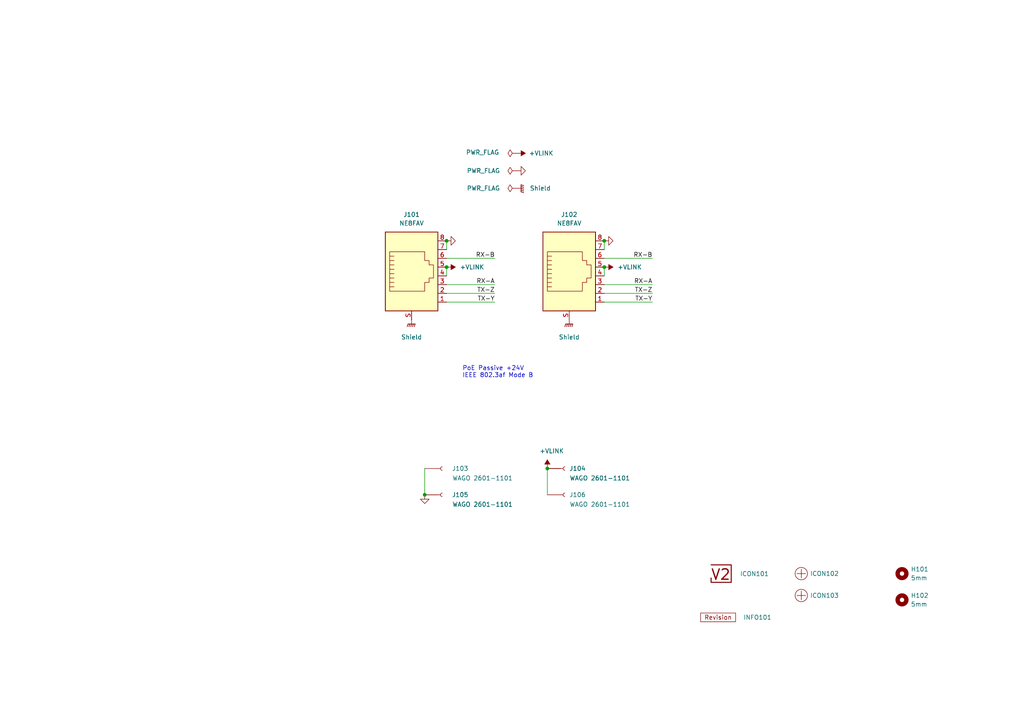
<source format=kicad_sch>
(kicad_sch (version 20250114) (generator "eeschema") (generator_version "9.0")
  (paper "A4")
  (title_block (title "V2 Power Link WAGO") (date "2026-02-10") (rev "2026-01-12") (company "Versio Duo"))
  (lib_symbols
    (symbol "V2_Artwork:Plus" (in_bom no)
      (property "Reference" "ICON" (at -2.54 2.54 0))
      (symbol "Plus_0_1"
        (polyline (pts (xy -1.27 0) (xy 1.27 0)))
        (polyline (pts (xy 0 1.27) (xy 0 -1.27)))
        (circle (center 0 0) (radius 1.7961))
      )
    )
    (symbol "V2_Artwork:V2-logo" (in_bom no)
      (property "Reference" "ICON" (at -3.302 3.81 0))
      (symbol "V2-logo_1_0"
        (polyline (pts (xy -3.302 2.54) (xy 2.54 2.54) (xy 2.54 -2.54) (xy -3.302 -2.54) (xy -3.302 -1.27)) (stroke (width 0.3)))
      )
      (symbol "V2-logo_1_1"
        (text "V2" (at -0.508 -0.254 0) (effects (font (size 3 3) (thickness 0.375))))
      )
    )
    (symbol "V2_Connector_EtherCon:NE8FAV" (pin_names (offset 1.016))
      (property "Reference" "J" (at -5.08 17.78 0))
      (property "Value" "NE8FAV" (at 2.54 13.97 0))
      (symbol "NE8FAV_0_1"
        (polyline (pts (xy -6.35 1.905) (xy -5.08 1.905) (xy -5.08 1.905)))
        (polyline (pts (xy -6.35 0.635) (xy -5.08 0.635) (xy -5.08 0.635)))
        (polyline (pts (xy -6.35 -0.635) (xy -5.08 -0.635) (xy -5.08 -0.635)))
        (polyline (pts (xy -6.35 -1.905) (xy -5.08 -1.905) (xy -5.08 -1.905)))
        (polyline (pts (xy -6.35 -3.175) (xy -5.08 -3.175) (xy -5.08 -3.175)))
        (polyline (pts (xy -6.35 -4.445) (xy -6.35 6.985) (xy 3.81 6.985) (xy 3.81 4.445) (xy 5.08 4.445) (xy 5.08 3.175) (xy 6.35 3.175) (xy 6.35 -0.635) (xy 5.08 -0.635) (xy 5.08 -1.905) (xy 3.81 -1.905) (xy 3.81 -4.445) (xy -6.35 -4.445) (xy -6.35 -4.445)))
        (polyline (pts (xy -5.08 5.715) (xy -6.35 5.715)))
        (polyline (pts (xy -5.08 4.445) (xy -6.35 4.445)))
        (polyline (pts (xy -5.08 3.175) (xy -6.35 3.175) (xy -6.35 3.175)))
        (rectangle (start 7.62 12.7) (end -7.62 -10.16) (stroke (width 0.254)) (fill (type background)))
      )
      (symbol "NE8FAV_1_1"
        (pin passive line (at 0 -12.7 90) (length 2.54) (name "") (number "S"))
        (pin passive line (at 10.16 10.16 180) (length 2.54) (name "~") (number "8"))
        (pin passive line (at 10.16 7.62 180) (length 2.54) (name "~") (number "7"))
        (pin passive line (at 10.16 5.08 180) (length 2.54) (name "~") (number "6"))
        (pin passive line (at 10.16 2.54 180) (length 2.54) (name "~") (number "5"))
        (pin passive line (at 10.16 0 180) (length 2.54) (name "~") (number "4"))
        (pin passive line (at 10.16 -2.54 180) (length 2.54) (name "~") (number "3"))
        (pin passive line (at 10.16 -5.08 180) (length 2.54) (name "~") (number "2"))
        (pin passive line (at 10.16 -7.62 180) (length 2.54) (name "~") (number "1"))
      )
    )
    (symbol "V2_Connector_WAGO:2601-1101" (pin_numbers (hide yes)) (pin_names (offset 1.016) (hide yes))
      (property "Reference" "J" (at 1.524 0 0))
      (property "Value" "WAGO 2601-1101" (at 9.652 -2.286 0))
      (symbol "2601-1101_1_1"
        (polyline (pts (xy -1.27 0) (xy -0.508 0)) (stroke (width 0.1524)))
        (arc (start 0 -0.508) (mid -0.5058 0) (end 0 0.508) (stroke (width 0.1524)))
        (pin passive line (at -5.08 0 0) (length 3.81) (name "") (number "1"))
      )
    )
    (symbol "V2_Mechanical:MountingHole_5mm" (pin_names (offset 1.016)) (in_bom no)
      (property "Reference" "H" (at 0 5.08 0))
      (property "Value" "5mm" (at 0 3.175 0))
      (symbol "MountingHole_5mm_0_1"
        (circle (center 0 0) (radius 1.27) (stroke (width 1.27)))
      )
    )
    (symbol "V2_Production:Revision" (in_bom no)
      (property "Reference" "INFO" (at 0 2.54 0))
      (symbol "Revision_0_1"
        (rectangle (start -5.08 1.27) (end 5.08 -1.27))
      )
      (symbol "Revision_1_1"
        (text "Revision" (at 0 0 0) (effects (font (size 1.27 1.27))))
      )
    )
    (symbol "V2_power:+VLINK" (power) (pin_numbers (hide yes)) (pin_names (offset 0) (hide yes))
      (property "Value" "+VLINK" (at 0 5.08 0))
      (symbol "+VLINK_0_1"
        (polyline (pts (xy 0 0) (xy 0 2.54)))
        (polyline (pts (xy 0.762 1.27) (xy -0.762 1.27) (xy 0 2.54) (xy 0.762 1.27)) (fill (type outline)))
      )
      (symbol "+VLINK_1_1"
        (pin power_in line (at 0 0 90) (length 0) (name "~") (number "1"))
      )
    )
    (symbol "V2_power:GND" (power) (pin_numbers (hide yes)) (pin_names (offset 0) (hide yes))
      (symbol "GND_0_1"
        (polyline (pts (xy 0 0) (xy 0 -1.27) (xy 1.27 -1.27) (xy 0 -2.54) (xy -1.27 -1.27) (xy 0 -1.27)))
      )
      (symbol "GND_1_1"
        (pin power_in line (at 0 0 270) (length 0) (name "~") (number "1"))
      )
    )
    (symbol "V2_power:PWR_FLAG" (power) (pin_numbers (hide yes)) (pin_names (offset 0) (hide yes))
      (property "Value" "PWR_FLAG" (at -8.89 0 0))
      (symbol "PWR_FLAG_0_0"
        (pin power_out line (at 0 0 180) (length 0) (name "~") (number "1"))
      )
      (symbol "PWR_FLAG_0_1"
        (polyline (pts (xy 0 0) (xy -1.27 0) (xy -1.905 -1.016) (xy -2.54 0) (xy -1.905 1.016) (xy -1.27 0)))
      )
    )
    (symbol "V2_power:Shield" (power) (pin_numbers (hide yes)) (pin_names (offset 0) (hide yes))
      (property "Value" "Shield" (at 0 -5.08 0))
      (symbol "Shield_0_1"
        (polyline (pts (xy -1.016 -1.27) (xy -1.27 -2.032) (xy -1.27 -2.032)) (stroke (width 0.2032)))
        (polyline (pts (xy -0.508 -1.27) (xy -0.762 -2.032) (xy -0.762 -2.032)) (stroke (width 0.2032)))
        (polyline (pts (xy 0 -1.27) (xy 0 0)))
        (polyline (pts (xy 0 -1.27) (xy -0.254 -2.032) (xy -0.254 -2.032)) (stroke (width 0.2032)))
        (polyline (pts (xy 0.508 -1.27) (xy 0.254 -2.032) (xy 0.254 -2.032)) (stroke (width 0.2032)))
        (polyline (pts (xy 1.016 -1.27) (xy -1.016 -1.27) (xy -1.016 -1.27)) (stroke (width 0.2032)))
        (polyline (pts (xy 1.016 -1.27) (xy 0.762 -2.032) (xy 0.762 -2.032) (xy 0.762 -2.032)) (stroke (width 0.2032)))
      )
      (symbol "Shield_1_1"
        (pin power_in line (at 0 0 270) (length 0) (name "~") (number "1"))
      )
    )
  )
  (text "PoE Passive +24V\nIEEE 802.3af Mode B" (at 134.112 107.95 0) (effects (font (size 1.27 1.27)) (justify left)))
  (junction (at 158.75 135.89))
  (junction (at 175.26 77.47))
  (junction (at 175.26 69.85))
  (junction (at 123.19 143.51))
  (junction (at 129.54 69.85))
  (junction (at 129.54 77.47))
  (wire (pts (xy 175.26 69.85) (xy 175.26 72.39)))
  (wire (pts (xy 175.26 74.93) (xy 189.23 74.93)))
  (wire (pts (xy 175.26 82.55) (xy 189.23 82.55)))
  (wire (pts (xy 175.26 87.63) (xy 189.23 87.63)))
  (wire (pts (xy 129.54 85.09) (xy 143.51 85.09)))
  (wire (pts (xy 175.26 85.09) (xy 189.23 85.09)))
  (wire (pts (xy 129.54 77.47) (xy 129.54 80.01)))
  (wire (pts (xy 129.54 69.85) (xy 129.54 72.39)))
  (wire (pts (xy 129.54 87.63) (xy 143.51 87.63)))
  (wire (pts (xy 129.54 82.55) (xy 143.51 82.55)))
  (wire (pts (xy 123.19 135.89) (xy 123.19 143.51)))
  (wire (pts (xy 175.26 77.47) (xy 175.26 80.01)))
  (wire (pts (xy 129.54 74.93) (xy 143.51 74.93)))
  (wire (pts (xy 158.75 135.89) (xy 158.75 143.51)))
  (label "RX-B" (at 189.23 74.93 180))
  (label "RX-A" (at 189.23 82.55 180))
  (label "TX-Z" (at 189.23 85.09 180))
  (label "TX-Y" (at 143.51 87.63 180))
  (label "RX-A" (at 143.51 82.55 180))
  (label "RX-B" (at 143.51 74.93 180))
  (label "TX-Y" (at 189.23 87.63 180))
  (label "TX-Z" (at 143.51 85.09 180))
  (symbol (lib_id "V2_power:Shield") (at 119.38 92.71 0) (unit 1)
    (property "Reference" "#PWR109" (effects (hide yes)))
    (property "Value" "Shield" (at 119.38 97.79 0))
  )
  (symbol (lib_id "V2_power:PWR_FLAG") (at 149.86 54.61 0) (unit 1)
    (property "Reference" "#FLG103" (effects (hide yes)))
    (property "Value" "PWR_FLAG" (at 140.208 54.61 0))
    (property "Description" "Special symbol for telling ERC where power comes from" (effects (hide yes)))
  )
  (symbol (lib_id "V2_power:GND") (at 149.86 49.53 90) (unit 1)
    (property "Reference" "#PWR106" (effects (hide yes)))
    (property "Value" "GND" (effects (hide yes)))
  )
  (symbol (lib_id "V2_Connector_WAGO:2601-1101") (at 128.27 135.89 0) (unit 1)
    (property "Reference" "J103" (at 135.89 135.89 0) (effects (justify right)))
    (property "Value" "WAGO 2601-1101" (at 139.954 138.684 0))
    (property "Footprint" "V2_Connector_WAGO:2601-1101" (effects (hide yes)))
    (property "Manufacturer" "WAGO" (effects (hide yes)))
    (property "Product" "2601-1101" (effects (hide yes)))
  )
  (symbol (lib_id "V2_Artwork:V2-logo") (at 209.55 166.37 0) (unit 1) (in_bom no)
    (property "Reference" "ICON101" (at 214.63 166.4341 0) (effects (justify left)))
    (property "Value" "V2-logo" (effects (hide yes)))
    (property "Footprint" "V2_Artwork:Logo_Small" (effects (hide yes)))
  )
  (symbol (lib_id "V2_power:+VLINK") (at 149.86 44.45 270) (unit 1)
    (property "Reference" "#PWR105" (effects (hide yes)))
    (property "Value" "+VLINK" (at 156.972 44.45 90))
    (property "Description" "Power Over CAT Cable" (effects (hide yes)))
  )
  (symbol (lib_id "V2_Artwork:Plus") (at 232.41 172.72 0) (unit 1) (in_bom no)
    (property "Reference" "ICON103" (at 234.95 172.7199 0) (effects (justify left)))
    (property "Value" "Plus" (effects (hide yes)))
    (property "Footprint" "V2_Artwork:Plus_Small" (effects (hide yes)))
    (property "Sim.Enable" "0" (effects (hide yes)))
  )
  (symbol (lib_id "V2_Connector_WAGO:2601-1101") (at 163.83 135.89 0) (unit 1)
    (property "Reference" "J104" (at 169.926 135.89 0) (effects (justify right)))
    (property "Value" "WAGO 2601-1101" (at 173.99 138.684 0))
    (property "Footprint" "V2_Connector_WAGO:2601-1101" (effects (hide yes)))
    (property "Manufacturer" "WAGO" (effects (hide yes)))
    (property "Product" "2601-1101" (effects (hide yes)))
  )
  (symbol (lib_id "V2_Connector_WAGO:2601-1101") (at 163.83 143.51 0) (unit 1)
    (property "Reference" "J106" (at 169.926 143.51 0) (effects (justify right)))
    (property "Value" "WAGO 2601-1101" (at 173.99 146.304 0))
    (property "Footprint" "V2_Connector_WAGO:2601-1101" (effects (hide yes)))
    (property "Manufacturer" "WAGO" (effects (hide yes)))
    (property "Product" "2601-1101" (effects (hide yes)))
  )
  (symbol (lib_id "V2_power:GND") (at 123.19 143.51 0) (unit 1)
    (property "Reference" "#PWR108" (effects (hide yes)))
    (property "Value" "GND" (effects (hide yes)))
  )
  (symbol (lib_id "V2_power:PWR_FLAG") (at 149.86 49.53 0) (unit 1)
    (property "Reference" "#FLG102" (effects (hide yes)))
    (property "Value" "PWR_FLAG" (at 140.208 49.53 0))
    (property "Description" "Special symbol for telling ERC where power comes from" (effects (hide yes)))
  )
  (symbol (lib_id "V2_Production:Revision") (at 208.28 179.07 0) (unit 1) (in_bom no)
    (property "Reference" "INFO101" (at 219.71 179.07 0))
    (property "Footprint" "V2_Production:Revision" (effects (hide yes)))
  )
  (symbol (lib_id "V2_Mechanical:MountingHole_5mm") (at 261.62 166.37 0) (unit 1) (in_bom no)
    (property "Reference" "H101" (at 264.16 165.0999 0) (effects (justify left)))
    (property "Value" "5mm" (at 264.16 167.6399 0) (effects (justify left)))
    (property "Footprint" "V2_Mechanical:MountingHole_5mm" (effects (hide yes)))
    (property "Description" "Mounting Hole without connection" (effects (hide yes)))
  )
  (symbol (lib_id "V2_power:+VLINK") (at 158.75 135.89 0) (unit 1)
    (property "Reference" "#PWR107" (effects (hide yes)))
    (property "Value" "+VLINK" (at 156.464 130.81 0) (effects (justify left)))
    (property "Description" "Power Over CAT Cable" (effects (hide yes)))
  )
  (symbol (lib_id "V2_power:PWR_FLAG") (at 149.86 44.45 0) (unit 1)
    (property "Reference" "#FLG101" (effects (hide yes)))
    (property "Value" "PWR_FLAG" (at 139.954 44.196 0))
    (property "Description" "Special symbol for telling ERC where power comes from" (effects (hide yes)))
  )
  (symbol (lib_id "V2_Connector_EtherCon:NE8FAV") (at 165.1 80.01 0) (unit 1)
    (property "Reference" "J102" (at 165.1 62.23 0))
    (property "Value" "NE8FAV" (at 165.1 64.77 0))
    (property "Footprint" "V2_Connector_EtherCon:NE8FAV" (effects (hide yes)))
    (property "Mouser" "568-NE8FAV-SD" (effects (hide yes)))
    (property "Manufacturer" "Neutrik" (effects (hide yes)))
    (property "Product" "NE8FAV-SD" (effects (hide yes)))
  )
  (symbol (lib_id "V2_power:Shield") (at 165.1 92.71 0) (unit 1)
    (property "Reference" "#PWR110" (effects (hide yes)))
    (property "Value" "Shield" (at 165.1 97.79 0))
  )
  (symbol (lib_id "V2_Connector_WAGO:2601-1101") (at 128.27 143.51 0) (unit 1)
    (property "Reference" "J105" (at 135.89 143.51 0) (effects (justify right)))
    (property "Value" "WAGO 2601-1101" (at 139.954 146.304 0))
    (property "Footprint" "V2_Connector_WAGO:2601-1101" (effects (hide yes)))
    (property "Manufacturer" "WAGO" (effects (hide yes)))
    (property "Product" "2601-1101" (effects (hide yes)))
  )
  (symbol (lib_id "V2_Artwork:Plus") (at 232.41 166.37 0) (unit 1) (in_bom no)
    (property "Reference" "ICON102" (at 234.95 166.3699 0) (effects (justify left)))
    (property "Value" "Plus" (effects (hide yes)))
    (property "Footprint" "V2_Artwork:Plus_Small" (effects (hide yes)))
    (property "Sim.Enable" "0" (effects (hide yes)))
  )
  (symbol (lib_id "V2_power:+VLINK") (at 129.54 77.47 270) (unit 1)
    (property "Reference" "#PWR103" (effects (hide yes)))
    (property "Value" "+VLINK" (at 133.35 77.4699 90) (effects (justify left)))
    (property "Description" "Power Over CAT Cable" (effects (hide yes)))
  )
  (symbol (lib_id "V2_power:GND") (at 175.26 69.85 90) (unit 1)
    (property "Reference" "#PWR102" (effects (hide yes)))
    (property "Value" "GND" (effects (hide yes)))
  )
  (symbol (lib_id "V2_power:GND") (at 129.54 69.85 90) (unit 1)
    (property "Reference" "#PWR101" (effects (hide yes)))
    (property "Value" "GND" (effects (hide yes)))
  )
  (symbol (lib_id "V2_power:+VLINK") (at 175.26 77.47 270) (unit 1)
    (property "Reference" "#PWR104" (effects (hide yes)))
    (property "Value" "+VLINK" (at 179.07 77.4699 90) (effects (justify left)))
    (property "Description" "Power Over CAT Cable" (effects (hide yes)))
  )
  (symbol (lib_id "V2_Connector_EtherCon:NE8FAV") (at 119.38 80.01 0) (unit 1)
    (property "Reference" "J101" (at 119.38 62.23 0))
    (property "Value" "NE8FAV" (at 119.38 64.77 0))
    (property "Footprint" "V2_Connector_EtherCon:NE8FAV" (effects (hide yes)))
    (property "Mouser" "568-NE8FAV-SD" (effects (hide yes)))
    (property "Manufacturer" "Neutrik" (effects (hide yes)))
    (property "Product" "NE8FAV-SD" (effects (hide yes)))
  )
  (symbol (lib_id "V2_power:Shield") (at 149.86 54.61 90) (unit 1)
    (property "Reference" "#PWR111" (effects (hide yes)))
    (property "Value" "Shield" (at 153.67 54.6099 90) (effects (justify right)))
  )
  (symbol (lib_id "V2_Mechanical:MountingHole_5mm") (at 261.62 173.99 0) (unit 1) (in_bom no)
    (property "Reference" "H102" (at 264.16 172.7199 0) (effects (justify left)))
    (property "Value" "5mm" (at 264.16 175.2599 0) (effects (justify left)))
    (property "Footprint" "V2_Mechanical:MountingHole_5mm" (effects (hide yes)))
    (property "Description" "Mounting Hole without connection" (effects (hide yes)))
  )
)
</source>
